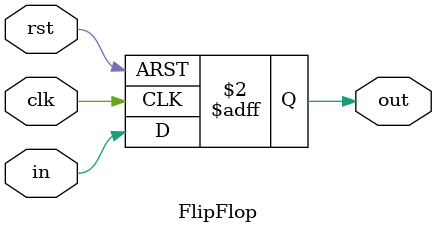
<source format=v>
`timescale 1ns/1ps

module BasicAnd(A, B, out);
	input A;
	input B;
	output out;
	assign #0.5 out = A & B;
endmodule

module BasicOr(A, B, out);
	input A;
	input B;
	output out;
	assign #0.5 out = A | B;
endmodule

module BasicMux2(A, B, S, out);
	input A;
	input B;
	input S;
	output out;
	assign #1 out = S ? B : A;
endmodule

module BasicMux4(A, B, C, D, S, out);
	input A;
	input B;
	input C;
	input D;
	input [1 : 0]S;
	output reg out;

	always @(*)
	begin
		#2;
		case(S)
			2'b00: out = A;
			2'b01: out = B;
			2'b10: out = C;
			2'b11: out = D;
		endcase
	end
endmodule

module FlipFlop(clk, rst, in, out);
	input clk;
	input rst;
	input in;
	output reg out;

	always @(posedge clk, posedge rst) begin
		if (rst)
			out = 0;
		else
			out = in;
	end
endmodule
</source>
